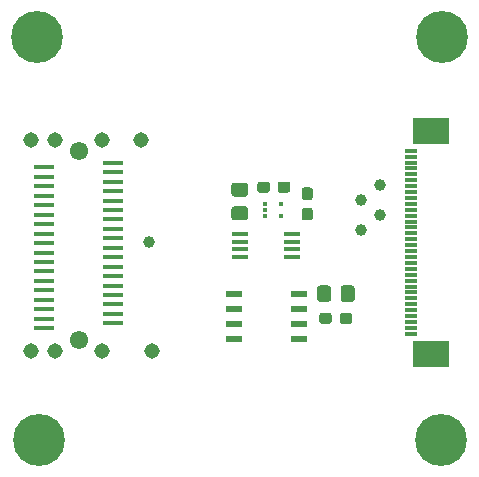
<source format=gbr>
%TF.GenerationSoftware,KiCad,Pcbnew,5.1.10-88a1d61d58~88~ubuntu18.04.1*%
%TF.CreationDate,2021-11-12T10:28:21+07:00*%
%TF.ProjectId,MX8Mx_EVK_MIPI_CSI-TEKNIQUE_OCLEA_OS08A20-ADAPTER,4d58384d-785f-4455-964b-5f4d4950495f,rev?*%
%TF.SameCoordinates,Original*%
%TF.FileFunction,Soldermask,Top*%
%TF.FilePolarity,Negative*%
%FSLAX46Y46*%
G04 Gerber Fmt 4.6, Leading zero omitted, Abs format (unit mm)*
G04 Created by KiCad (PCBNEW 5.1.10-88a1d61d58~88~ubuntu18.04.1) date 2021-11-12 10:28:21*
%MOMM*%
%LPD*%
G01*
G04 APERTURE LIST*
%ADD10C,1.000000*%
%ADD11R,1.460500X0.533400*%
%ADD12R,1.384300X0.457200*%
%ADD13R,3.100000X2.300000*%
%ADD14R,1.100000X0.300000*%
%ADD15R,0.450000X0.300000*%
%ADD16C,4.400000*%
%ADD17C,1.550000*%
%ADD18R,1.800000X0.350000*%
%ADD19C,1.308000*%
G04 APERTURE END LIST*
D10*
%TO.C,TP1*%
X114846100Y-96507300D03*
%TD*%
D11*
%TO.C,U3*%
X122055890Y-100883720D03*
X122055890Y-102153720D03*
X122055890Y-103423720D03*
X122055890Y-104693720D03*
X127504190Y-104693720D03*
X127504190Y-103423720D03*
X127504190Y-102153720D03*
X127504190Y-100883720D03*
%TD*%
D12*
%TO.C,U1*%
X126911100Y-95826580D03*
X126911100Y-96476578D03*
X126911100Y-97126580D03*
X126911100Y-97776578D03*
X122529600Y-97776578D03*
X122529600Y-97126580D03*
X122529600Y-96476578D03*
X122529600Y-95826580D03*
%TD*%
%TO.C,R2*%
G36*
G01*
X130265220Y-100431179D02*
X130265220Y-101331181D01*
G75*
G02*
X130015221Y-101581180I-249999J0D01*
G01*
X129315219Y-101581180D01*
G75*
G02*
X129065220Y-101331181I0J249999D01*
G01*
X129065220Y-100431179D01*
G75*
G02*
X129315219Y-100181180I249999J0D01*
G01*
X130015221Y-100181180D01*
G75*
G02*
X130265220Y-100431179I0J-249999D01*
G01*
G37*
G36*
G01*
X132265220Y-100431179D02*
X132265220Y-101331181D01*
G75*
G02*
X132015221Y-101581180I-249999J0D01*
G01*
X131315219Y-101581180D01*
G75*
G02*
X131065220Y-101331181I0J249999D01*
G01*
X131065220Y-100431179D01*
G75*
G02*
X131315219Y-100181180I249999J0D01*
G01*
X132015221Y-100181180D01*
G75*
G02*
X132265220Y-100431179I0J-249999D01*
G01*
G37*
%TD*%
%TO.C,C3*%
G36*
G01*
X130967360Y-103214180D02*
X130967360Y-102739180D01*
G75*
G02*
X131204860Y-102501680I237500J0D01*
G01*
X131804860Y-102501680D01*
G75*
G02*
X132042360Y-102739180I0J-237500D01*
G01*
X132042360Y-103214180D01*
G75*
G02*
X131804860Y-103451680I-237500J0D01*
G01*
X131204860Y-103451680D01*
G75*
G02*
X130967360Y-103214180I0J237500D01*
G01*
G37*
G36*
G01*
X129242360Y-103214180D02*
X129242360Y-102739180D01*
G75*
G02*
X129479860Y-102501680I237500J0D01*
G01*
X130079860Y-102501680D01*
G75*
G02*
X130317360Y-102739180I0J-237500D01*
G01*
X130317360Y-103214180D01*
G75*
G02*
X130079860Y-103451680I-237500J0D01*
G01*
X129479860Y-103451680D01*
G75*
G02*
X129242360Y-103214180I0J237500D01*
G01*
G37*
%TD*%
D13*
%TO.C,J2*%
X138703040Y-87105080D03*
X138703040Y-105945080D03*
D14*
X137003040Y-88775080D03*
X137003040Y-89275080D03*
X137003040Y-89775080D03*
X137003040Y-90275080D03*
X137003040Y-90775080D03*
X137003040Y-91275080D03*
X137003040Y-91775080D03*
X137003040Y-92275080D03*
X137003040Y-92775080D03*
X137003040Y-93275080D03*
X137003040Y-93775080D03*
X137003040Y-94275080D03*
X137003040Y-94775080D03*
X137003040Y-95275080D03*
X137003040Y-95775080D03*
X137003040Y-96275080D03*
X137003040Y-96775080D03*
X137003040Y-97275080D03*
X137003040Y-97775080D03*
X137003040Y-98275080D03*
X137003040Y-98775080D03*
X137003040Y-99275080D03*
X137003040Y-99775080D03*
X137003040Y-100275080D03*
X137003040Y-100775080D03*
X137003040Y-101275080D03*
X137003040Y-101775080D03*
X137003040Y-102275080D03*
X137003040Y-102775080D03*
X137003040Y-103275080D03*
X137003040Y-103775080D03*
X137003040Y-104275080D03*
%TD*%
D10*
%TO.C,TP5*%
X134371080Y-91638120D03*
%TD*%
%TO.C,TP4*%
X132765800Y-92964000D03*
%TD*%
%TO.C,TP3*%
X134391400Y-94188280D03*
%TD*%
%TO.C,TP2*%
X132765800Y-95453200D03*
%TD*%
%TO.C,C2*%
G36*
G01*
X128482100Y-92957600D02*
X128007100Y-92957600D01*
G75*
G02*
X127769600Y-92720100I0J237500D01*
G01*
X127769600Y-92120100D01*
G75*
G02*
X128007100Y-91882600I237500J0D01*
G01*
X128482100Y-91882600D01*
G75*
G02*
X128719600Y-92120100I0J-237500D01*
G01*
X128719600Y-92720100D01*
G75*
G02*
X128482100Y-92957600I-237500J0D01*
G01*
G37*
G36*
G01*
X128482100Y-94682600D02*
X128007100Y-94682600D01*
G75*
G02*
X127769600Y-94445100I0J237500D01*
G01*
X127769600Y-93845100D01*
G75*
G02*
X128007100Y-93607600I237500J0D01*
G01*
X128482100Y-93607600D01*
G75*
G02*
X128719600Y-93845100I0J-237500D01*
G01*
X128719600Y-94445100D01*
G75*
G02*
X128482100Y-94682600I-237500J0D01*
G01*
G37*
%TD*%
%TO.C,C1*%
G36*
G01*
X125079880Y-91634300D02*
X125079880Y-92109300D01*
G75*
G02*
X124842380Y-92346800I-237500J0D01*
G01*
X124242380Y-92346800D01*
G75*
G02*
X124004880Y-92109300I0J237500D01*
G01*
X124004880Y-91634300D01*
G75*
G02*
X124242380Y-91396800I237500J0D01*
G01*
X124842380Y-91396800D01*
G75*
G02*
X125079880Y-91634300I0J-237500D01*
G01*
G37*
G36*
G01*
X126804880Y-91634300D02*
X126804880Y-92109300D01*
G75*
G02*
X126567380Y-92346800I-237500J0D01*
G01*
X125967380Y-92346800D01*
G75*
G02*
X125729880Y-92109300I0J237500D01*
G01*
X125729880Y-91634300D01*
G75*
G02*
X125967380Y-91396800I237500J0D01*
G01*
X126567380Y-91396800D01*
G75*
G02*
X126804880Y-91634300I0J-237500D01*
G01*
G37*
%TD*%
D15*
%TO.C,U2*%
X126036300Y-94314900D03*
X124636300Y-93814900D03*
X126036300Y-93314900D03*
X124636300Y-94314900D03*
X124636300Y-93314900D03*
%TD*%
%TO.C,R1*%
G36*
G01*
X122069439Y-93471440D02*
X122969441Y-93471440D01*
G75*
G02*
X123219440Y-93721439I0J-249999D01*
G01*
X123219440Y-94421441D01*
G75*
G02*
X122969441Y-94671440I-249999J0D01*
G01*
X122069439Y-94671440D01*
G75*
G02*
X121819440Y-94421441I0J249999D01*
G01*
X121819440Y-93721439D01*
G75*
G02*
X122069439Y-93471440I249999J0D01*
G01*
G37*
G36*
G01*
X122069439Y-91471440D02*
X122969441Y-91471440D01*
G75*
G02*
X123219440Y-91721439I0J-249999D01*
G01*
X123219440Y-92421441D01*
G75*
G02*
X122969441Y-92671440I-249999J0D01*
G01*
X122069439Y-92671440D01*
G75*
G02*
X121819440Y-92421441I0J249999D01*
G01*
X121819440Y-91721439D01*
G75*
G02*
X122069439Y-91471440I249999J0D01*
G01*
G37*
%TD*%
D16*
%TO.C,H4*%
X139646660Y-79181960D03*
%TD*%
%TO.C,H3*%
X139552680Y-113235740D03*
%TD*%
%TO.C,H2*%
X105514140Y-113238280D03*
%TD*%
%TO.C,H1*%
X105389680Y-79164180D03*
%TD*%
D17*
%TO.C,J1*%
X108879400Y-88793500D03*
X108879400Y-104793500D03*
D18*
X111789400Y-89793500D03*
X111789400Y-90593500D03*
X111789400Y-91393500D03*
X111789400Y-92193500D03*
X111789400Y-92993500D03*
X111789400Y-93793500D03*
X111789400Y-94593500D03*
X111789400Y-95393500D03*
X111789400Y-96193500D03*
X111789400Y-96993500D03*
X111789400Y-97793500D03*
X111789400Y-98593500D03*
X111789400Y-99393500D03*
X111789400Y-100193500D03*
X111789400Y-100993500D03*
X111789400Y-101793500D03*
X111789400Y-102593500D03*
X111789400Y-103393500D03*
X105969400Y-90193500D03*
X105969400Y-90993500D03*
X105969400Y-91793500D03*
X105969400Y-92593500D03*
X105969400Y-93393500D03*
X105969400Y-94193500D03*
X105969400Y-94993500D03*
X105969400Y-95793500D03*
X105969400Y-96593500D03*
X105969400Y-97393500D03*
X105969400Y-98193500D03*
X105969400Y-98993500D03*
X105969400Y-99793500D03*
X105969400Y-100593500D03*
X105969400Y-101393500D03*
X105969400Y-102193500D03*
X105969400Y-102993500D03*
X105969400Y-103793500D03*
D19*
X114119400Y-87893500D03*
X110879400Y-87893500D03*
X106879400Y-87893500D03*
X104849400Y-87893500D03*
X115119400Y-105693500D03*
X110879400Y-105693500D03*
X106879400Y-105693500D03*
X104849400Y-105693500D03*
%TD*%
M02*

</source>
